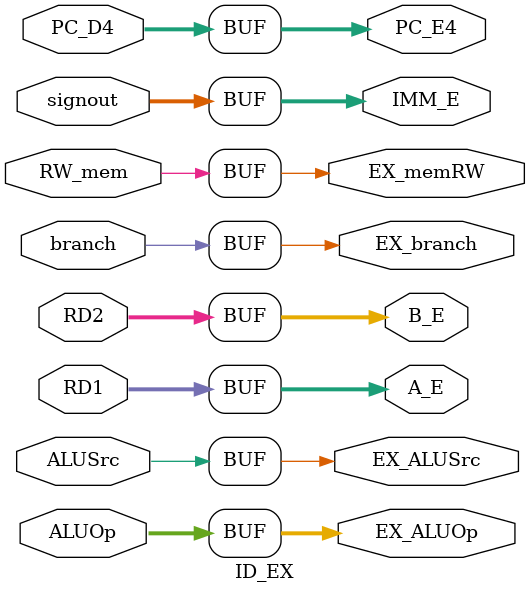
<source format=v>
module ID_EX(PC_D4, RD1, RD2, signout, ALUSrc, ALUOp, branch, RW_mem, PC_E4, A_E, B_E, IMM_E, EX_ALUSrc, EX_ALUOp, EX_branch, EX_memRW);

    input [31:0] PC_D4;
    input [31:0] RD1;
    input [31:0] RD2;
    input [31:0] signout;
    input ALUSrc;
    input [1:0] ALUOp;
    input branch;
    input RW_mem;

    output reg [31:0] PC_E4;
    output reg [31:0] A_E;
    output reg [31:0] B_E;
    output reg [31:0] IMM_E;
    output reg EX_ALUSrc;
    output reg [1:0] EX_ALUOp;
    output reg EX_branch;
    output reg EX_memRW;
    



    always @(*) begin
        PC_E4 <= PC_D4;
        A_E <= RD1;
        B_E <= RD2;
        IMM_E <= signout;
        EX_ALUSrc <= ALUSrc;
        EX_ALUOp <= ALUOp;
        EX_branch <= branch;
        EX_memRW <= RW_mem;
    end


endmodule
</source>
